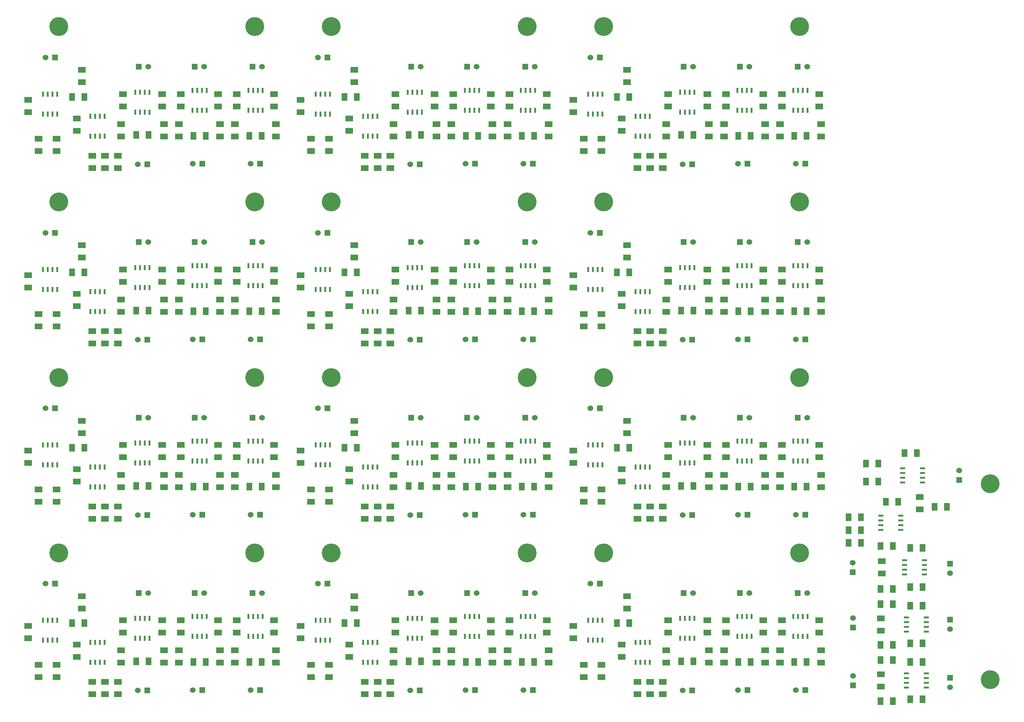
<source format=gts>
%FSLAX34Y34*%
G04 Gerber Fmt 3.4, Leading zero omitted, Abs format*
G04 (created by PCBNEW (2013-12-18 BZR 4557)-product) date mar 24 dic 2013 13:02:53 CLST*
%MOIN*%
G01*
G70*
G90*
G04 APERTURE LIST*
%ADD10C,0.005906*%
%ADD11C,0.199370*%
%ADD12R,0.023600X0.055100*%
%ADD13R,0.080000X0.060000*%
%ADD14R,0.060000X0.080000*%
%ADD15R,0.060000X0.060000*%
%ADD16C,0.060000*%
%ADD17R,0.055100X0.023600*%
G04 APERTURE END LIST*
G54D10*
G54D11*
X87992Y-23818D03*
G54D12*
X81415Y-30544D03*
X81415Y-32644D03*
X81915Y-30544D03*
X82415Y-30544D03*
X82915Y-30544D03*
X81915Y-32644D03*
X82415Y-32644D03*
X82915Y-32644D03*
X87320Y-30544D03*
X87320Y-32644D03*
X87820Y-30544D03*
X88320Y-30544D03*
X88820Y-30544D03*
X87820Y-32644D03*
X88320Y-32644D03*
X88820Y-32644D03*
X75391Y-30741D03*
X75391Y-32841D03*
X75891Y-30741D03*
X76391Y-30741D03*
X76891Y-30741D03*
X75891Y-32841D03*
X76391Y-32841D03*
X76891Y-32841D03*
X65667Y-30938D03*
X65667Y-33038D03*
X66167Y-30938D03*
X66667Y-30938D03*
X67167Y-30938D03*
X66167Y-33038D03*
X66667Y-33038D03*
X67167Y-33038D03*
X70667Y-33261D03*
X70667Y-35361D03*
X71167Y-33261D03*
X71667Y-33261D03*
X72167Y-33261D03*
X71167Y-35361D03*
X71667Y-35361D03*
X72167Y-35361D03*
G54D13*
X85905Y-35394D03*
X85905Y-34094D03*
X80000Y-35394D03*
X80000Y-34094D03*
X73897Y-35394D03*
X73897Y-34094D03*
X78425Y-35394D03*
X78425Y-34094D03*
X90236Y-35394D03*
X90236Y-34094D03*
X84330Y-35394D03*
X84330Y-34094D03*
G54D14*
X81515Y-35334D03*
X82815Y-35334D03*
X87420Y-35334D03*
X88720Y-35334D03*
X75491Y-35255D03*
X76791Y-35255D03*
G54D15*
X87767Y-28051D03*
G54D16*
X88767Y-28051D03*
G54D15*
X81665Y-28051D03*
G54D16*
X82665Y-28051D03*
G54D15*
X75759Y-28051D03*
G54D16*
X76759Y-28051D03*
G54D15*
X82468Y-38287D03*
G54D16*
X81468Y-38287D03*
G54D15*
X88570Y-38287D03*
G54D16*
X87570Y-38287D03*
G54D15*
X76641Y-38326D03*
G54D16*
X75641Y-38326D03*
G54D15*
X66917Y-27066D03*
G54D16*
X65917Y-27066D03*
G54D14*
X68720Y-31240D03*
X70020Y-31240D03*
G54D13*
X65196Y-36929D03*
X65196Y-35629D03*
X90039Y-32244D03*
X90039Y-30944D03*
X78228Y-32244D03*
X78228Y-30944D03*
X84133Y-32244D03*
X84133Y-30944D03*
X80196Y-32244D03*
X80196Y-30944D03*
X86102Y-32244D03*
X86102Y-30944D03*
X74094Y-32244D03*
X74094Y-30944D03*
X69763Y-29685D03*
X69763Y-28385D03*
X67086Y-36929D03*
X67086Y-35629D03*
X69212Y-34803D03*
X69212Y-33503D03*
X73543Y-38740D03*
X73543Y-37440D03*
X64094Y-31535D03*
X64094Y-32835D03*
X72204Y-38740D03*
X72204Y-37440D03*
X70866Y-38740D03*
X70866Y-37440D03*
G54D11*
X67322Y-23818D03*
X67322Y-42322D03*
G54D13*
X70866Y-57244D03*
X70866Y-55944D03*
X72204Y-57244D03*
X72204Y-55944D03*
X64094Y-50038D03*
X64094Y-51338D03*
X73543Y-57244D03*
X73543Y-55944D03*
X69212Y-53307D03*
X69212Y-52007D03*
X67086Y-55433D03*
X67086Y-54133D03*
X69763Y-48189D03*
X69763Y-46889D03*
X74094Y-50748D03*
X74094Y-49448D03*
X86102Y-50748D03*
X86102Y-49448D03*
X80196Y-50748D03*
X80196Y-49448D03*
X84133Y-50748D03*
X84133Y-49448D03*
X78228Y-50748D03*
X78228Y-49448D03*
X90039Y-50748D03*
X90039Y-49448D03*
X65196Y-55433D03*
X65196Y-54133D03*
G54D14*
X68720Y-49744D03*
X70020Y-49744D03*
G54D15*
X66917Y-45570D03*
G54D16*
X65917Y-45570D03*
G54D15*
X76641Y-56830D03*
G54D16*
X75641Y-56830D03*
G54D15*
X88570Y-56791D03*
G54D16*
X87570Y-56791D03*
G54D15*
X82468Y-56791D03*
G54D16*
X81468Y-56791D03*
G54D15*
X75759Y-46555D03*
G54D16*
X76759Y-46555D03*
G54D15*
X81665Y-46555D03*
G54D16*
X82665Y-46555D03*
G54D15*
X87767Y-46555D03*
G54D16*
X88767Y-46555D03*
G54D14*
X75491Y-53759D03*
X76791Y-53759D03*
X87420Y-53838D03*
X88720Y-53838D03*
X81515Y-53838D03*
X82815Y-53838D03*
G54D13*
X84330Y-53898D03*
X84330Y-52598D03*
X90236Y-53898D03*
X90236Y-52598D03*
X78425Y-53898D03*
X78425Y-52598D03*
X73897Y-53898D03*
X73897Y-52598D03*
X80000Y-53898D03*
X80000Y-52598D03*
X85905Y-53898D03*
X85905Y-52598D03*
G54D12*
X70667Y-51764D03*
X70667Y-53864D03*
X71167Y-51764D03*
X71667Y-51764D03*
X72167Y-51764D03*
X71167Y-53864D03*
X71667Y-53864D03*
X72167Y-53864D03*
X65667Y-49442D03*
X65667Y-51542D03*
X66167Y-49442D03*
X66667Y-49442D03*
X67167Y-49442D03*
X66167Y-51542D03*
X66667Y-51542D03*
X67167Y-51542D03*
X75391Y-49245D03*
X75391Y-51345D03*
X75891Y-49245D03*
X76391Y-49245D03*
X76891Y-49245D03*
X75891Y-51345D03*
X76391Y-51345D03*
X76891Y-51345D03*
X87320Y-49048D03*
X87320Y-51148D03*
X87820Y-49048D03*
X88320Y-49048D03*
X88820Y-49048D03*
X87820Y-51148D03*
X88320Y-51148D03*
X88820Y-51148D03*
X81415Y-49048D03*
X81415Y-51148D03*
X81915Y-49048D03*
X82415Y-49048D03*
X82915Y-49048D03*
X81915Y-51148D03*
X82415Y-51148D03*
X82915Y-51148D03*
G54D11*
X87992Y-42322D03*
X67322Y-5314D03*
G54D13*
X70866Y-20236D03*
X70866Y-18936D03*
X72204Y-20236D03*
X72204Y-18936D03*
X64094Y-13031D03*
X64094Y-14331D03*
X73543Y-20236D03*
X73543Y-18936D03*
X69212Y-16299D03*
X69212Y-14999D03*
X67086Y-18425D03*
X67086Y-17125D03*
X69763Y-11181D03*
X69763Y-9881D03*
X74094Y-13740D03*
X74094Y-12440D03*
X86102Y-13740D03*
X86102Y-12440D03*
X80196Y-13740D03*
X80196Y-12440D03*
X84133Y-13740D03*
X84133Y-12440D03*
X78228Y-13740D03*
X78228Y-12440D03*
X90039Y-13740D03*
X90039Y-12440D03*
X65196Y-18425D03*
X65196Y-17125D03*
G54D14*
X68720Y-12736D03*
X70020Y-12736D03*
G54D15*
X66917Y-8562D03*
G54D16*
X65917Y-8562D03*
G54D15*
X76641Y-19822D03*
G54D16*
X75641Y-19822D03*
G54D15*
X88570Y-19783D03*
G54D16*
X87570Y-19783D03*
G54D15*
X82468Y-19783D03*
G54D16*
X81468Y-19783D03*
G54D15*
X75759Y-9547D03*
G54D16*
X76759Y-9547D03*
G54D15*
X81665Y-9547D03*
G54D16*
X82665Y-9547D03*
G54D15*
X87767Y-9547D03*
G54D16*
X88767Y-9547D03*
G54D14*
X75491Y-16751D03*
X76791Y-16751D03*
X87420Y-16830D03*
X88720Y-16830D03*
X81515Y-16830D03*
X82815Y-16830D03*
G54D13*
X84330Y-16890D03*
X84330Y-15590D03*
X90236Y-16890D03*
X90236Y-15590D03*
X78425Y-16890D03*
X78425Y-15590D03*
X73897Y-16890D03*
X73897Y-15590D03*
X80000Y-16890D03*
X80000Y-15590D03*
X85905Y-16890D03*
X85905Y-15590D03*
G54D12*
X70667Y-14757D03*
X70667Y-16857D03*
X71167Y-14757D03*
X71667Y-14757D03*
X72167Y-14757D03*
X71167Y-16857D03*
X71667Y-16857D03*
X72167Y-16857D03*
X65667Y-12434D03*
X65667Y-14534D03*
X66167Y-12434D03*
X66667Y-12434D03*
X67167Y-12434D03*
X66167Y-14534D03*
X66667Y-14534D03*
X67167Y-14534D03*
X75391Y-12237D03*
X75391Y-14337D03*
X75891Y-12237D03*
X76391Y-12237D03*
X76891Y-12237D03*
X75891Y-14337D03*
X76391Y-14337D03*
X76891Y-14337D03*
X87320Y-12040D03*
X87320Y-14140D03*
X87820Y-12040D03*
X88320Y-12040D03*
X88820Y-12040D03*
X87820Y-14140D03*
X88320Y-14140D03*
X88820Y-14140D03*
X81415Y-12040D03*
X81415Y-14140D03*
X81915Y-12040D03*
X82415Y-12040D03*
X82915Y-12040D03*
X81915Y-14140D03*
X82415Y-14140D03*
X82915Y-14140D03*
G54D11*
X87992Y-5314D03*
X108070Y-53543D03*
G54D14*
X93149Y-57086D03*
X94449Y-57086D03*
X93149Y-58425D03*
X94449Y-58425D03*
X100354Y-50314D03*
X99054Y-50314D03*
X93149Y-59763D03*
X94449Y-59763D03*
X97086Y-55433D03*
X98386Y-55433D03*
X94960Y-53307D03*
X96260Y-53307D03*
X102204Y-55984D03*
X103504Y-55984D03*
X99645Y-60314D03*
X100945Y-60314D03*
X99645Y-72322D03*
X100945Y-72322D03*
X99645Y-66417D03*
X100945Y-66417D03*
X99645Y-70354D03*
X100945Y-70354D03*
X99645Y-64448D03*
X100945Y-64448D03*
X99645Y-76259D03*
X100945Y-76259D03*
X94960Y-51417D03*
X96260Y-51417D03*
G54D13*
X100649Y-54940D03*
X100649Y-56240D03*
G54D15*
X104822Y-53137D03*
G54D16*
X104822Y-52137D03*
G54D15*
X93562Y-62862D03*
G54D16*
X93562Y-61862D03*
G54D15*
X93602Y-74791D03*
G54D16*
X93602Y-73791D03*
G54D15*
X93602Y-68688D03*
G54D16*
X93602Y-67688D03*
G54D15*
X103838Y-61980D03*
G54D16*
X103838Y-62980D03*
G54D15*
X103838Y-67885D03*
G54D16*
X103838Y-68885D03*
G54D15*
X103838Y-73988D03*
G54D16*
X103838Y-74988D03*
G54D13*
X96633Y-61712D03*
X96633Y-63012D03*
X96555Y-73641D03*
X96555Y-74941D03*
X96555Y-67735D03*
X96555Y-69035D03*
G54D14*
X96495Y-70551D03*
X97795Y-70551D03*
X96495Y-76456D03*
X97795Y-76456D03*
X96495Y-64645D03*
X97795Y-64645D03*
X96495Y-60118D03*
X97795Y-60118D03*
X96495Y-66220D03*
X97795Y-66220D03*
X96495Y-72125D03*
X97795Y-72125D03*
G54D17*
X98628Y-56887D03*
X96528Y-56887D03*
X98628Y-57387D03*
X98628Y-57887D03*
X98628Y-58387D03*
X96528Y-57387D03*
X96528Y-57887D03*
X96528Y-58387D03*
X100951Y-51887D03*
X98851Y-51887D03*
X100951Y-52387D03*
X100951Y-52887D03*
X100951Y-53387D03*
X98851Y-52387D03*
X98851Y-52887D03*
X98851Y-53387D03*
X101148Y-61612D03*
X99048Y-61612D03*
X101148Y-62112D03*
X101148Y-62612D03*
X101148Y-63112D03*
X99048Y-62112D03*
X99048Y-62612D03*
X99048Y-63112D03*
X101345Y-73541D03*
X99245Y-73541D03*
X101345Y-74041D03*
X101345Y-74541D03*
X101345Y-75041D03*
X99245Y-74041D03*
X99245Y-74541D03*
X99245Y-75041D03*
X101345Y-67635D03*
X99245Y-67635D03*
X101345Y-68135D03*
X101345Y-68635D03*
X101345Y-69135D03*
X99245Y-68135D03*
X99245Y-68635D03*
X99245Y-69135D03*
G54D11*
X108070Y-74212D03*
X87992Y-60826D03*
G54D12*
X81415Y-67552D03*
X81415Y-69652D03*
X81915Y-67552D03*
X82415Y-67552D03*
X82915Y-67552D03*
X81915Y-69652D03*
X82415Y-69652D03*
X82915Y-69652D03*
X87320Y-67552D03*
X87320Y-69652D03*
X87820Y-67552D03*
X88320Y-67552D03*
X88820Y-67552D03*
X87820Y-69652D03*
X88320Y-69652D03*
X88820Y-69652D03*
X75391Y-67749D03*
X75391Y-69849D03*
X75891Y-67749D03*
X76391Y-67749D03*
X76891Y-67749D03*
X75891Y-69849D03*
X76391Y-69849D03*
X76891Y-69849D03*
X65667Y-67946D03*
X65667Y-70046D03*
X66167Y-67946D03*
X66667Y-67946D03*
X67167Y-67946D03*
X66167Y-70046D03*
X66667Y-70046D03*
X67167Y-70046D03*
X70667Y-70268D03*
X70667Y-72368D03*
X71167Y-70268D03*
X71667Y-70268D03*
X72167Y-70268D03*
X71167Y-72368D03*
X71667Y-72368D03*
X72167Y-72368D03*
G54D13*
X85905Y-72401D03*
X85905Y-71101D03*
X80000Y-72401D03*
X80000Y-71101D03*
X73897Y-72401D03*
X73897Y-71101D03*
X78425Y-72401D03*
X78425Y-71101D03*
X90236Y-72401D03*
X90236Y-71101D03*
X84330Y-72401D03*
X84330Y-71101D03*
G54D14*
X81515Y-72342D03*
X82815Y-72342D03*
X87420Y-72342D03*
X88720Y-72342D03*
X75491Y-72263D03*
X76791Y-72263D03*
G54D15*
X87767Y-65059D03*
G54D16*
X88767Y-65059D03*
G54D15*
X81665Y-65059D03*
G54D16*
X82665Y-65059D03*
G54D15*
X75759Y-65059D03*
G54D16*
X76759Y-65059D03*
G54D15*
X82468Y-75295D03*
G54D16*
X81468Y-75295D03*
G54D15*
X88570Y-75295D03*
G54D16*
X87570Y-75295D03*
G54D15*
X76641Y-75334D03*
G54D16*
X75641Y-75334D03*
G54D15*
X66917Y-64074D03*
G54D16*
X65917Y-64074D03*
G54D14*
X68720Y-68248D03*
X70020Y-68248D03*
G54D13*
X65196Y-73937D03*
X65196Y-72637D03*
X90039Y-69252D03*
X90039Y-67952D03*
X78228Y-69252D03*
X78228Y-67952D03*
X84133Y-69252D03*
X84133Y-67952D03*
X80196Y-69252D03*
X80196Y-67952D03*
X86102Y-69252D03*
X86102Y-67952D03*
X74094Y-69252D03*
X74094Y-67952D03*
X69763Y-66693D03*
X69763Y-65393D03*
X67086Y-73937D03*
X67086Y-72637D03*
X69212Y-71811D03*
X69212Y-70511D03*
X73543Y-75748D03*
X73543Y-74448D03*
X64094Y-68542D03*
X64094Y-69842D03*
X72204Y-75748D03*
X72204Y-74448D03*
X70866Y-75748D03*
X70866Y-74448D03*
G54D11*
X67322Y-60826D03*
X9842Y-60826D03*
G54D13*
X13385Y-75748D03*
X13385Y-74448D03*
X14724Y-75748D03*
X14724Y-74448D03*
X6614Y-68542D03*
X6614Y-69842D03*
X16062Y-75748D03*
X16062Y-74448D03*
X11732Y-71811D03*
X11732Y-70511D03*
X9606Y-73937D03*
X9606Y-72637D03*
X12283Y-66693D03*
X12283Y-65393D03*
X16614Y-69252D03*
X16614Y-67952D03*
X28622Y-69252D03*
X28622Y-67952D03*
X22716Y-69252D03*
X22716Y-67952D03*
X26653Y-69252D03*
X26653Y-67952D03*
X20748Y-69252D03*
X20748Y-67952D03*
X32559Y-69252D03*
X32559Y-67952D03*
X7716Y-73937D03*
X7716Y-72637D03*
G54D14*
X11239Y-68248D03*
X12539Y-68248D03*
G54D15*
X9437Y-64074D03*
G54D16*
X8437Y-64074D03*
G54D15*
X19161Y-75334D03*
G54D16*
X18161Y-75334D03*
G54D15*
X31090Y-75295D03*
G54D16*
X30090Y-75295D03*
G54D15*
X24988Y-75295D03*
G54D16*
X23988Y-75295D03*
G54D15*
X18279Y-65059D03*
G54D16*
X19279Y-65059D03*
G54D15*
X24185Y-65059D03*
G54D16*
X25185Y-65059D03*
G54D15*
X30287Y-65059D03*
G54D16*
X31287Y-65059D03*
G54D14*
X18011Y-72263D03*
X19311Y-72263D03*
X29940Y-72342D03*
X31240Y-72342D03*
X24035Y-72342D03*
X25335Y-72342D03*
G54D13*
X26850Y-72401D03*
X26850Y-71101D03*
X32755Y-72401D03*
X32755Y-71101D03*
X20944Y-72401D03*
X20944Y-71101D03*
X16417Y-72401D03*
X16417Y-71101D03*
X22519Y-72401D03*
X22519Y-71101D03*
X28425Y-72401D03*
X28425Y-71101D03*
G54D12*
X13187Y-70268D03*
X13187Y-72368D03*
X13687Y-70268D03*
X14187Y-70268D03*
X14687Y-70268D03*
X13687Y-72368D03*
X14187Y-72368D03*
X14687Y-72368D03*
X8187Y-67946D03*
X8187Y-70046D03*
X8687Y-67946D03*
X9187Y-67946D03*
X9687Y-67946D03*
X8687Y-70046D03*
X9187Y-70046D03*
X9687Y-70046D03*
X17911Y-67749D03*
X17911Y-69849D03*
X18411Y-67749D03*
X18911Y-67749D03*
X19411Y-67749D03*
X18411Y-69849D03*
X18911Y-69849D03*
X19411Y-69849D03*
X29840Y-67552D03*
X29840Y-69652D03*
X30340Y-67552D03*
X30840Y-67552D03*
X31340Y-67552D03*
X30340Y-69652D03*
X30840Y-69652D03*
X31340Y-69652D03*
X23935Y-67552D03*
X23935Y-69652D03*
X24435Y-67552D03*
X24935Y-67552D03*
X25435Y-67552D03*
X24435Y-69652D03*
X24935Y-69652D03*
X25435Y-69652D03*
G54D11*
X30511Y-60826D03*
X59251Y-60826D03*
G54D12*
X52675Y-67552D03*
X52675Y-69652D03*
X53175Y-67552D03*
X53675Y-67552D03*
X54175Y-67552D03*
X53175Y-69652D03*
X53675Y-69652D03*
X54175Y-69652D03*
X58580Y-67552D03*
X58580Y-69652D03*
X59080Y-67552D03*
X59580Y-67552D03*
X60080Y-67552D03*
X59080Y-69652D03*
X59580Y-69652D03*
X60080Y-69652D03*
X46651Y-67749D03*
X46651Y-69849D03*
X47151Y-67749D03*
X47651Y-67749D03*
X48151Y-67749D03*
X47151Y-69849D03*
X47651Y-69849D03*
X48151Y-69849D03*
X36927Y-67946D03*
X36927Y-70046D03*
X37427Y-67946D03*
X37927Y-67946D03*
X38427Y-67946D03*
X37427Y-70046D03*
X37927Y-70046D03*
X38427Y-70046D03*
X41927Y-70268D03*
X41927Y-72368D03*
X42427Y-70268D03*
X42927Y-70268D03*
X43427Y-70268D03*
X42427Y-72368D03*
X42927Y-72368D03*
X43427Y-72368D03*
G54D13*
X57165Y-72401D03*
X57165Y-71101D03*
X51259Y-72401D03*
X51259Y-71101D03*
X45157Y-72401D03*
X45157Y-71101D03*
X49685Y-72401D03*
X49685Y-71101D03*
X61496Y-72401D03*
X61496Y-71101D03*
X55590Y-72401D03*
X55590Y-71101D03*
G54D14*
X52775Y-72342D03*
X54075Y-72342D03*
X58680Y-72342D03*
X59980Y-72342D03*
X46751Y-72263D03*
X48051Y-72263D03*
G54D15*
X59027Y-65059D03*
G54D16*
X60027Y-65059D03*
G54D15*
X52925Y-65059D03*
G54D16*
X53925Y-65059D03*
G54D15*
X47019Y-65059D03*
G54D16*
X48019Y-65059D03*
G54D15*
X53728Y-75295D03*
G54D16*
X52728Y-75295D03*
G54D15*
X59830Y-75295D03*
G54D16*
X58830Y-75295D03*
G54D15*
X47901Y-75334D03*
G54D16*
X46901Y-75334D03*
G54D15*
X38177Y-64074D03*
G54D16*
X37177Y-64074D03*
G54D14*
X39979Y-68248D03*
X41279Y-68248D03*
G54D13*
X36456Y-73937D03*
X36456Y-72637D03*
X61299Y-69252D03*
X61299Y-67952D03*
X49488Y-69252D03*
X49488Y-67952D03*
X55393Y-69252D03*
X55393Y-67952D03*
X51456Y-69252D03*
X51456Y-67952D03*
X57362Y-69252D03*
X57362Y-67952D03*
X45354Y-69252D03*
X45354Y-67952D03*
X41023Y-66693D03*
X41023Y-65393D03*
X38346Y-73937D03*
X38346Y-72637D03*
X40472Y-71811D03*
X40472Y-70511D03*
X44803Y-75748D03*
X44803Y-74448D03*
X35354Y-68542D03*
X35354Y-69842D03*
X43464Y-75748D03*
X43464Y-74448D03*
X42125Y-75748D03*
X42125Y-74448D03*
G54D11*
X38582Y-60826D03*
X59251Y-23818D03*
G54D12*
X52675Y-30544D03*
X52675Y-32644D03*
X53175Y-30544D03*
X53675Y-30544D03*
X54175Y-30544D03*
X53175Y-32644D03*
X53675Y-32644D03*
X54175Y-32644D03*
X58580Y-30544D03*
X58580Y-32644D03*
X59080Y-30544D03*
X59580Y-30544D03*
X60080Y-30544D03*
X59080Y-32644D03*
X59580Y-32644D03*
X60080Y-32644D03*
X46651Y-30741D03*
X46651Y-32841D03*
X47151Y-30741D03*
X47651Y-30741D03*
X48151Y-30741D03*
X47151Y-32841D03*
X47651Y-32841D03*
X48151Y-32841D03*
X36927Y-30938D03*
X36927Y-33038D03*
X37427Y-30938D03*
X37927Y-30938D03*
X38427Y-30938D03*
X37427Y-33038D03*
X37927Y-33038D03*
X38427Y-33038D03*
X41927Y-33261D03*
X41927Y-35361D03*
X42427Y-33261D03*
X42927Y-33261D03*
X43427Y-33261D03*
X42427Y-35361D03*
X42927Y-35361D03*
X43427Y-35361D03*
G54D13*
X57165Y-35394D03*
X57165Y-34094D03*
X51259Y-35394D03*
X51259Y-34094D03*
X45157Y-35394D03*
X45157Y-34094D03*
X49685Y-35394D03*
X49685Y-34094D03*
X61496Y-35394D03*
X61496Y-34094D03*
X55590Y-35394D03*
X55590Y-34094D03*
G54D14*
X52775Y-35334D03*
X54075Y-35334D03*
X58680Y-35334D03*
X59980Y-35334D03*
X46751Y-35255D03*
X48051Y-35255D03*
G54D15*
X59027Y-28051D03*
G54D16*
X60027Y-28051D03*
G54D15*
X52925Y-28051D03*
G54D16*
X53925Y-28051D03*
G54D15*
X47019Y-28051D03*
G54D16*
X48019Y-28051D03*
G54D15*
X53728Y-38287D03*
G54D16*
X52728Y-38287D03*
G54D15*
X59830Y-38287D03*
G54D16*
X58830Y-38287D03*
G54D15*
X47901Y-38326D03*
G54D16*
X46901Y-38326D03*
G54D15*
X38177Y-27066D03*
G54D16*
X37177Y-27066D03*
G54D14*
X39979Y-31240D03*
X41279Y-31240D03*
G54D13*
X36456Y-36929D03*
X36456Y-35629D03*
X61299Y-32244D03*
X61299Y-30944D03*
X49488Y-32244D03*
X49488Y-30944D03*
X55393Y-32244D03*
X55393Y-30944D03*
X51456Y-32244D03*
X51456Y-30944D03*
X57362Y-32244D03*
X57362Y-30944D03*
X45354Y-32244D03*
X45354Y-30944D03*
X41023Y-29685D03*
X41023Y-28385D03*
X38346Y-36929D03*
X38346Y-35629D03*
X40472Y-34803D03*
X40472Y-33503D03*
X44803Y-38740D03*
X44803Y-37440D03*
X35354Y-31535D03*
X35354Y-32835D03*
X43464Y-38740D03*
X43464Y-37440D03*
X42125Y-38740D03*
X42125Y-37440D03*
G54D11*
X38582Y-23818D03*
X38582Y-42322D03*
G54D13*
X42125Y-57244D03*
X42125Y-55944D03*
X43464Y-57244D03*
X43464Y-55944D03*
X35354Y-50038D03*
X35354Y-51338D03*
X44803Y-57244D03*
X44803Y-55944D03*
X40472Y-53307D03*
X40472Y-52007D03*
X38346Y-55433D03*
X38346Y-54133D03*
X41023Y-48189D03*
X41023Y-46889D03*
X45354Y-50748D03*
X45354Y-49448D03*
X57362Y-50748D03*
X57362Y-49448D03*
X51456Y-50748D03*
X51456Y-49448D03*
X55393Y-50748D03*
X55393Y-49448D03*
X49488Y-50748D03*
X49488Y-49448D03*
X61299Y-50748D03*
X61299Y-49448D03*
X36456Y-55433D03*
X36456Y-54133D03*
G54D14*
X39979Y-49744D03*
X41279Y-49744D03*
G54D15*
X38177Y-45570D03*
G54D16*
X37177Y-45570D03*
G54D15*
X47901Y-56830D03*
G54D16*
X46901Y-56830D03*
G54D15*
X59830Y-56791D03*
G54D16*
X58830Y-56791D03*
G54D15*
X53728Y-56791D03*
G54D16*
X52728Y-56791D03*
G54D15*
X47019Y-46555D03*
G54D16*
X48019Y-46555D03*
G54D15*
X52925Y-46555D03*
G54D16*
X53925Y-46555D03*
G54D15*
X59027Y-46555D03*
G54D16*
X60027Y-46555D03*
G54D14*
X46751Y-53759D03*
X48051Y-53759D03*
X58680Y-53838D03*
X59980Y-53838D03*
X52775Y-53838D03*
X54075Y-53838D03*
G54D13*
X55590Y-53898D03*
X55590Y-52598D03*
X61496Y-53898D03*
X61496Y-52598D03*
X49685Y-53898D03*
X49685Y-52598D03*
X45157Y-53898D03*
X45157Y-52598D03*
X51259Y-53898D03*
X51259Y-52598D03*
X57165Y-53898D03*
X57165Y-52598D03*
G54D12*
X41927Y-51764D03*
X41927Y-53864D03*
X42427Y-51764D03*
X42927Y-51764D03*
X43427Y-51764D03*
X42427Y-53864D03*
X42927Y-53864D03*
X43427Y-53864D03*
X36927Y-49442D03*
X36927Y-51542D03*
X37427Y-49442D03*
X37927Y-49442D03*
X38427Y-49442D03*
X37427Y-51542D03*
X37927Y-51542D03*
X38427Y-51542D03*
X46651Y-49245D03*
X46651Y-51345D03*
X47151Y-49245D03*
X47651Y-49245D03*
X48151Y-49245D03*
X47151Y-51345D03*
X47651Y-51345D03*
X48151Y-51345D03*
X58580Y-49048D03*
X58580Y-51148D03*
X59080Y-49048D03*
X59580Y-49048D03*
X60080Y-49048D03*
X59080Y-51148D03*
X59580Y-51148D03*
X60080Y-51148D03*
X52675Y-49048D03*
X52675Y-51148D03*
X53175Y-49048D03*
X53675Y-49048D03*
X54175Y-49048D03*
X53175Y-51148D03*
X53675Y-51148D03*
X54175Y-51148D03*
G54D11*
X59251Y-42322D03*
X38582Y-5314D03*
G54D13*
X42125Y-20236D03*
X42125Y-18936D03*
X43464Y-20236D03*
X43464Y-18936D03*
X35354Y-13031D03*
X35354Y-14331D03*
X44803Y-20236D03*
X44803Y-18936D03*
X40472Y-16299D03*
X40472Y-14999D03*
X38346Y-18425D03*
X38346Y-17125D03*
X41023Y-11181D03*
X41023Y-9881D03*
X45354Y-13740D03*
X45354Y-12440D03*
X57362Y-13740D03*
X57362Y-12440D03*
X51456Y-13740D03*
X51456Y-12440D03*
X55393Y-13740D03*
X55393Y-12440D03*
X49488Y-13740D03*
X49488Y-12440D03*
X61299Y-13740D03*
X61299Y-12440D03*
X36456Y-18425D03*
X36456Y-17125D03*
G54D14*
X39979Y-12736D03*
X41279Y-12736D03*
G54D15*
X38177Y-8562D03*
G54D16*
X37177Y-8562D03*
G54D15*
X47901Y-19822D03*
G54D16*
X46901Y-19822D03*
G54D15*
X59830Y-19783D03*
G54D16*
X58830Y-19783D03*
G54D15*
X53728Y-19783D03*
G54D16*
X52728Y-19783D03*
G54D15*
X47019Y-9547D03*
G54D16*
X48019Y-9547D03*
G54D15*
X52925Y-9547D03*
G54D16*
X53925Y-9547D03*
G54D15*
X59027Y-9547D03*
G54D16*
X60027Y-9547D03*
G54D14*
X46751Y-16751D03*
X48051Y-16751D03*
X58680Y-16830D03*
X59980Y-16830D03*
X52775Y-16830D03*
X54075Y-16830D03*
G54D13*
X55590Y-16890D03*
X55590Y-15590D03*
X61496Y-16890D03*
X61496Y-15590D03*
X49685Y-16890D03*
X49685Y-15590D03*
X45157Y-16890D03*
X45157Y-15590D03*
X51259Y-16890D03*
X51259Y-15590D03*
X57165Y-16890D03*
X57165Y-15590D03*
G54D12*
X41927Y-14757D03*
X41927Y-16857D03*
X42427Y-14757D03*
X42927Y-14757D03*
X43427Y-14757D03*
X42427Y-16857D03*
X42927Y-16857D03*
X43427Y-16857D03*
X36927Y-12434D03*
X36927Y-14534D03*
X37427Y-12434D03*
X37927Y-12434D03*
X38427Y-12434D03*
X37427Y-14534D03*
X37927Y-14534D03*
X38427Y-14534D03*
X46651Y-12237D03*
X46651Y-14337D03*
X47151Y-12237D03*
X47651Y-12237D03*
X48151Y-12237D03*
X47151Y-14337D03*
X47651Y-14337D03*
X48151Y-14337D03*
X58580Y-12040D03*
X58580Y-14140D03*
X59080Y-12040D03*
X59580Y-12040D03*
X60080Y-12040D03*
X59080Y-14140D03*
X59580Y-14140D03*
X60080Y-14140D03*
X52675Y-12040D03*
X52675Y-14140D03*
X53175Y-12040D03*
X53675Y-12040D03*
X54175Y-12040D03*
X53175Y-14140D03*
X53675Y-14140D03*
X54175Y-14140D03*
G54D11*
X59251Y-5314D03*
X30511Y-5314D03*
G54D12*
X23935Y-12040D03*
X23935Y-14140D03*
X24435Y-12040D03*
X24935Y-12040D03*
X25435Y-12040D03*
X24435Y-14140D03*
X24935Y-14140D03*
X25435Y-14140D03*
X29840Y-12040D03*
X29840Y-14140D03*
X30340Y-12040D03*
X30840Y-12040D03*
X31340Y-12040D03*
X30340Y-14140D03*
X30840Y-14140D03*
X31340Y-14140D03*
X17911Y-12237D03*
X17911Y-14337D03*
X18411Y-12237D03*
X18911Y-12237D03*
X19411Y-12237D03*
X18411Y-14337D03*
X18911Y-14337D03*
X19411Y-14337D03*
X8187Y-12434D03*
X8187Y-14534D03*
X8687Y-12434D03*
X9187Y-12434D03*
X9687Y-12434D03*
X8687Y-14534D03*
X9187Y-14534D03*
X9687Y-14534D03*
X13187Y-14757D03*
X13187Y-16857D03*
X13687Y-14757D03*
X14187Y-14757D03*
X14687Y-14757D03*
X13687Y-16857D03*
X14187Y-16857D03*
X14687Y-16857D03*
G54D13*
X28425Y-16890D03*
X28425Y-15590D03*
X22519Y-16890D03*
X22519Y-15590D03*
X16417Y-16890D03*
X16417Y-15590D03*
X20944Y-16890D03*
X20944Y-15590D03*
X32755Y-16890D03*
X32755Y-15590D03*
X26850Y-16890D03*
X26850Y-15590D03*
G54D14*
X24035Y-16830D03*
X25335Y-16830D03*
X29940Y-16830D03*
X31240Y-16830D03*
X18011Y-16751D03*
X19311Y-16751D03*
G54D15*
X30287Y-9547D03*
G54D16*
X31287Y-9547D03*
G54D15*
X24185Y-9547D03*
G54D16*
X25185Y-9547D03*
G54D15*
X18279Y-9547D03*
G54D16*
X19279Y-9547D03*
G54D15*
X24988Y-19783D03*
G54D16*
X23988Y-19783D03*
G54D15*
X31090Y-19783D03*
G54D16*
X30090Y-19783D03*
G54D15*
X19161Y-19822D03*
G54D16*
X18161Y-19822D03*
G54D15*
X9437Y-8562D03*
G54D16*
X8437Y-8562D03*
G54D14*
X11239Y-12736D03*
X12539Y-12736D03*
G54D13*
X7716Y-18425D03*
X7716Y-17125D03*
X32559Y-13740D03*
X32559Y-12440D03*
X20748Y-13740D03*
X20748Y-12440D03*
X26653Y-13740D03*
X26653Y-12440D03*
X22716Y-13740D03*
X22716Y-12440D03*
X28622Y-13740D03*
X28622Y-12440D03*
X16614Y-13740D03*
X16614Y-12440D03*
X12283Y-11181D03*
X12283Y-9881D03*
X9606Y-18425D03*
X9606Y-17125D03*
X11732Y-16299D03*
X11732Y-14999D03*
X16062Y-20236D03*
X16062Y-18936D03*
X6614Y-13031D03*
X6614Y-14331D03*
X14724Y-20236D03*
X14724Y-18936D03*
X13385Y-20236D03*
X13385Y-18936D03*
G54D11*
X9842Y-5314D03*
X30511Y-42322D03*
G54D12*
X23935Y-49048D03*
X23935Y-51148D03*
X24435Y-49048D03*
X24935Y-49048D03*
X25435Y-49048D03*
X24435Y-51148D03*
X24935Y-51148D03*
X25435Y-51148D03*
X29840Y-49048D03*
X29840Y-51148D03*
X30340Y-49048D03*
X30840Y-49048D03*
X31340Y-49048D03*
X30340Y-51148D03*
X30840Y-51148D03*
X31340Y-51148D03*
X17911Y-49245D03*
X17911Y-51345D03*
X18411Y-49245D03*
X18911Y-49245D03*
X19411Y-49245D03*
X18411Y-51345D03*
X18911Y-51345D03*
X19411Y-51345D03*
X8187Y-49442D03*
X8187Y-51542D03*
X8687Y-49442D03*
X9187Y-49442D03*
X9687Y-49442D03*
X8687Y-51542D03*
X9187Y-51542D03*
X9687Y-51542D03*
X13187Y-51764D03*
X13187Y-53864D03*
X13687Y-51764D03*
X14187Y-51764D03*
X14687Y-51764D03*
X13687Y-53864D03*
X14187Y-53864D03*
X14687Y-53864D03*
G54D13*
X28425Y-53898D03*
X28425Y-52598D03*
X22519Y-53898D03*
X22519Y-52598D03*
X16417Y-53898D03*
X16417Y-52598D03*
X20944Y-53898D03*
X20944Y-52598D03*
X32755Y-53898D03*
X32755Y-52598D03*
X26850Y-53898D03*
X26850Y-52598D03*
G54D14*
X24035Y-53838D03*
X25335Y-53838D03*
X29940Y-53838D03*
X31240Y-53838D03*
X18011Y-53759D03*
X19311Y-53759D03*
G54D15*
X30287Y-46555D03*
G54D16*
X31287Y-46555D03*
G54D15*
X24185Y-46555D03*
G54D16*
X25185Y-46555D03*
G54D15*
X18279Y-46555D03*
G54D16*
X19279Y-46555D03*
G54D15*
X24988Y-56791D03*
G54D16*
X23988Y-56791D03*
G54D15*
X31090Y-56791D03*
G54D16*
X30090Y-56791D03*
G54D15*
X19161Y-56830D03*
G54D16*
X18161Y-56830D03*
G54D15*
X9437Y-45570D03*
G54D16*
X8437Y-45570D03*
G54D14*
X11239Y-49744D03*
X12539Y-49744D03*
G54D13*
X7716Y-55433D03*
X7716Y-54133D03*
X32559Y-50748D03*
X32559Y-49448D03*
X20748Y-50748D03*
X20748Y-49448D03*
X26653Y-50748D03*
X26653Y-49448D03*
X22716Y-50748D03*
X22716Y-49448D03*
X28622Y-50748D03*
X28622Y-49448D03*
X16614Y-50748D03*
X16614Y-49448D03*
X12283Y-48189D03*
X12283Y-46889D03*
X9606Y-55433D03*
X9606Y-54133D03*
X11732Y-53307D03*
X11732Y-52007D03*
X16062Y-57244D03*
X16062Y-55944D03*
X6614Y-50038D03*
X6614Y-51338D03*
X14724Y-57244D03*
X14724Y-55944D03*
X13385Y-57244D03*
X13385Y-55944D03*
G54D11*
X9842Y-42322D03*
X9842Y-23818D03*
G54D13*
X13385Y-38740D03*
X13385Y-37440D03*
X14724Y-38740D03*
X14724Y-37440D03*
X6614Y-31535D03*
X6614Y-32835D03*
X16062Y-38740D03*
X16062Y-37440D03*
X11732Y-34803D03*
X11732Y-33503D03*
X9606Y-36929D03*
X9606Y-35629D03*
X12283Y-29685D03*
X12283Y-28385D03*
X16614Y-32244D03*
X16614Y-30944D03*
X28622Y-32244D03*
X28622Y-30944D03*
X22716Y-32244D03*
X22716Y-30944D03*
X26653Y-32244D03*
X26653Y-30944D03*
X20748Y-32244D03*
X20748Y-30944D03*
X32559Y-32244D03*
X32559Y-30944D03*
X7716Y-36929D03*
X7716Y-35629D03*
G54D14*
X11239Y-31240D03*
X12539Y-31240D03*
G54D15*
X9437Y-27066D03*
G54D16*
X8437Y-27066D03*
G54D15*
X19161Y-38326D03*
G54D16*
X18161Y-38326D03*
G54D15*
X31090Y-38287D03*
G54D16*
X30090Y-38287D03*
G54D15*
X24988Y-38287D03*
G54D16*
X23988Y-38287D03*
G54D15*
X18279Y-28051D03*
G54D16*
X19279Y-28051D03*
G54D15*
X24185Y-28051D03*
G54D16*
X25185Y-28051D03*
G54D15*
X30287Y-28051D03*
G54D16*
X31287Y-28051D03*
G54D14*
X18011Y-35255D03*
X19311Y-35255D03*
X29940Y-35334D03*
X31240Y-35334D03*
X24035Y-35334D03*
X25335Y-35334D03*
G54D13*
X26850Y-35394D03*
X26850Y-34094D03*
X32755Y-35394D03*
X32755Y-34094D03*
X20944Y-35394D03*
X20944Y-34094D03*
X16417Y-35394D03*
X16417Y-34094D03*
X22519Y-35394D03*
X22519Y-34094D03*
X28425Y-35394D03*
X28425Y-34094D03*
G54D12*
X13187Y-33261D03*
X13187Y-35361D03*
X13687Y-33261D03*
X14187Y-33261D03*
X14687Y-33261D03*
X13687Y-35361D03*
X14187Y-35361D03*
X14687Y-35361D03*
X8187Y-30938D03*
X8187Y-33038D03*
X8687Y-30938D03*
X9187Y-30938D03*
X9687Y-30938D03*
X8687Y-33038D03*
X9187Y-33038D03*
X9687Y-33038D03*
X17911Y-30741D03*
X17911Y-32841D03*
X18411Y-30741D03*
X18911Y-30741D03*
X19411Y-30741D03*
X18411Y-32841D03*
X18911Y-32841D03*
X19411Y-32841D03*
X29840Y-30544D03*
X29840Y-32644D03*
X30340Y-30544D03*
X30840Y-30544D03*
X31340Y-30544D03*
X30340Y-32644D03*
X30840Y-32644D03*
X31340Y-32644D03*
X23935Y-30544D03*
X23935Y-32644D03*
X24435Y-30544D03*
X24935Y-30544D03*
X25435Y-30544D03*
X24435Y-32644D03*
X24935Y-32644D03*
X25435Y-32644D03*
G54D11*
X30511Y-23818D03*
M02*

</source>
